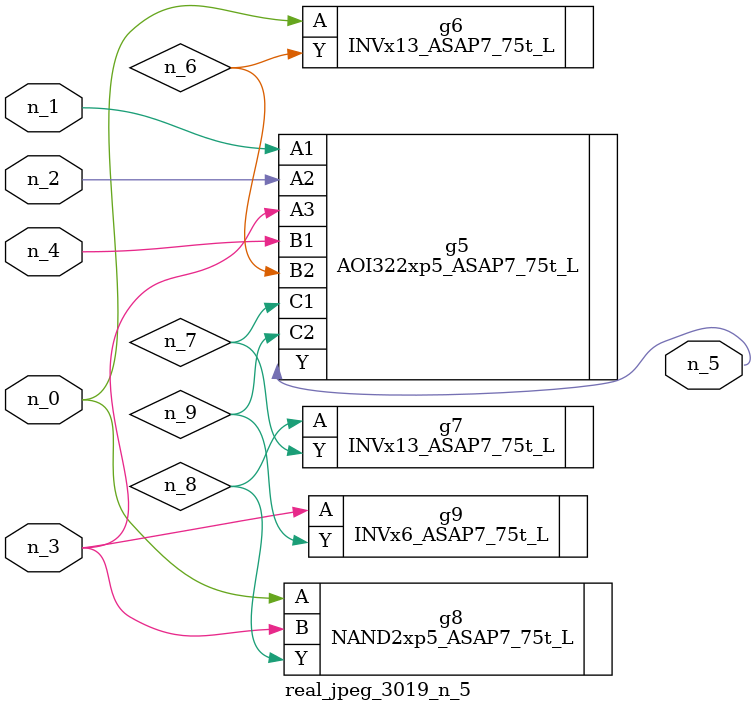
<source format=v>
module real_jpeg_3019_n_5 (n_4, n_0, n_1, n_2, n_3, n_5);

input n_4;
input n_0;
input n_1;
input n_2;
input n_3;

output n_5;

wire n_8;
wire n_6;
wire n_7;
wire n_9;

INVx13_ASAP7_75t_L g6 ( 
.A(n_0),
.Y(n_6)
);

NAND2xp5_ASAP7_75t_L g8 ( 
.A(n_0),
.B(n_3),
.Y(n_8)
);

AOI322xp5_ASAP7_75t_L g5 ( 
.A1(n_1),
.A2(n_2),
.A3(n_3),
.B1(n_4),
.B2(n_6),
.C1(n_7),
.C2(n_9),
.Y(n_5)
);

INVx6_ASAP7_75t_L g9 ( 
.A(n_3),
.Y(n_9)
);

INVx13_ASAP7_75t_L g7 ( 
.A(n_8),
.Y(n_7)
);


endmodule
</source>
